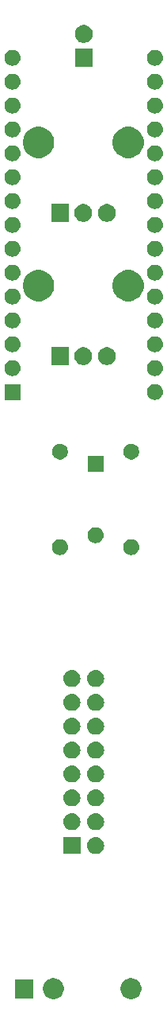
<source format=gbs>
G04 #@! TF.GenerationSoftware,KiCad,Pcbnew,(5.1.2)-2*
G04 #@! TF.CreationDate,2019-07-05T08:21:06+01:00*
G04 #@! TF.ProjectId,mod_synth_clk,6d6f645f-7379-46e7-9468-5f636c6b2e6b,rev?*
G04 #@! TF.SameCoordinates,Original*
G04 #@! TF.FileFunction,Soldermask,Bot*
G04 #@! TF.FilePolarity,Negative*
%FSLAX46Y46*%
G04 Gerber Fmt 4.6, Leading zero omitted, Abs format (unit mm)*
G04 Created by KiCad (PCBNEW (5.1.2)-2) date 2019-07-05 08:21:06*
%MOMM*%
%LPD*%
G04 APERTURE LIST*
%ADD10C,0.100000*%
G04 APERTURE END LIST*
D10*
G36*
X52293655Y-130992591D02*
G01*
X52365525Y-131006887D01*
X52568624Y-131091013D01*
X52751409Y-131213146D01*
X52906854Y-131368591D01*
X53028987Y-131551376D01*
X53113113Y-131754475D01*
X53156000Y-131970084D01*
X53156000Y-132189916D01*
X53113113Y-132405525D01*
X53028987Y-132608624D01*
X52906854Y-132791409D01*
X52751409Y-132946854D01*
X52568624Y-133068987D01*
X52365525Y-133153113D01*
X52293655Y-133167409D01*
X52149918Y-133196000D01*
X51930082Y-133196000D01*
X51786345Y-133167409D01*
X51714475Y-133153113D01*
X51511376Y-133068987D01*
X51328591Y-132946854D01*
X51173146Y-132791409D01*
X51051013Y-132608624D01*
X50966887Y-132405525D01*
X50924000Y-132189916D01*
X50924000Y-131970084D01*
X50966887Y-131754475D01*
X51051013Y-131551376D01*
X51173146Y-131368591D01*
X51328591Y-131213146D01*
X51511376Y-131091013D01*
X51714475Y-131006887D01*
X51786345Y-130992591D01*
X51930082Y-130964000D01*
X52149918Y-130964000D01*
X52293655Y-130992591D01*
X52293655Y-130992591D01*
G37*
G36*
X43993655Y-130992591D02*
G01*
X44065525Y-131006887D01*
X44268624Y-131091013D01*
X44451409Y-131213146D01*
X44606854Y-131368591D01*
X44728987Y-131551376D01*
X44813113Y-131754475D01*
X44856000Y-131970084D01*
X44856000Y-132189916D01*
X44813113Y-132405525D01*
X44728987Y-132608624D01*
X44606854Y-132791409D01*
X44451409Y-132946854D01*
X44268624Y-133068987D01*
X44065525Y-133153113D01*
X43993655Y-133167409D01*
X43849918Y-133196000D01*
X43630082Y-133196000D01*
X43486345Y-133167409D01*
X43414475Y-133153113D01*
X43211376Y-133068987D01*
X43028591Y-132946854D01*
X42873146Y-132791409D01*
X42751013Y-132608624D01*
X42666887Y-132405525D01*
X42624000Y-132189916D01*
X42624000Y-131970084D01*
X42666887Y-131754475D01*
X42751013Y-131551376D01*
X42873146Y-131368591D01*
X43028591Y-131213146D01*
X43211376Y-131091013D01*
X43414475Y-131006887D01*
X43486345Y-130992591D01*
X43630082Y-130964000D01*
X43849918Y-130964000D01*
X43993655Y-130992591D01*
X43993655Y-130992591D01*
G37*
G36*
X41606000Y-133096000D02*
G01*
X39674000Y-133096000D01*
X39674000Y-131064000D01*
X41606000Y-131064000D01*
X41606000Y-133096000D01*
X41606000Y-133096000D01*
G37*
G36*
X46634600Y-117754600D02*
G01*
X44805400Y-117754600D01*
X44805400Y-115925400D01*
X46634600Y-115925400D01*
X46634600Y-117754600D01*
X46634600Y-117754600D01*
G37*
G36*
X48439294Y-115938633D02*
G01*
X48611695Y-115990931D01*
X48770583Y-116075858D01*
X48909849Y-116190151D01*
X49024142Y-116329417D01*
X49109069Y-116488305D01*
X49161367Y-116660706D01*
X49179025Y-116840000D01*
X49161367Y-117019294D01*
X49109069Y-117191695D01*
X49024142Y-117350583D01*
X48909849Y-117489849D01*
X48770583Y-117604142D01*
X48611695Y-117689069D01*
X48439294Y-117741367D01*
X48304931Y-117754600D01*
X48215069Y-117754600D01*
X48080706Y-117741367D01*
X47908305Y-117689069D01*
X47749417Y-117604142D01*
X47610151Y-117489849D01*
X47495858Y-117350583D01*
X47410931Y-117191695D01*
X47358633Y-117019294D01*
X47340975Y-116840000D01*
X47358633Y-116660706D01*
X47410931Y-116488305D01*
X47495858Y-116329417D01*
X47610151Y-116190151D01*
X47749417Y-116075858D01*
X47908305Y-115990931D01*
X48080706Y-115938633D01*
X48215069Y-115925400D01*
X48304931Y-115925400D01*
X48439294Y-115938633D01*
X48439294Y-115938633D01*
G37*
G36*
X48439294Y-113398633D02*
G01*
X48611695Y-113450931D01*
X48770583Y-113535858D01*
X48909849Y-113650151D01*
X49024142Y-113789417D01*
X49109069Y-113948305D01*
X49161367Y-114120706D01*
X49179025Y-114300000D01*
X49161367Y-114479294D01*
X49109069Y-114651695D01*
X49024142Y-114810583D01*
X48909849Y-114949849D01*
X48770583Y-115064142D01*
X48611695Y-115149069D01*
X48439294Y-115201367D01*
X48304931Y-115214600D01*
X48215069Y-115214600D01*
X48080706Y-115201367D01*
X47908305Y-115149069D01*
X47749417Y-115064142D01*
X47610151Y-114949849D01*
X47495858Y-114810583D01*
X47410931Y-114651695D01*
X47358633Y-114479294D01*
X47340975Y-114300000D01*
X47358633Y-114120706D01*
X47410931Y-113948305D01*
X47495858Y-113789417D01*
X47610151Y-113650151D01*
X47749417Y-113535858D01*
X47908305Y-113450931D01*
X48080706Y-113398633D01*
X48215069Y-113385400D01*
X48304931Y-113385400D01*
X48439294Y-113398633D01*
X48439294Y-113398633D01*
G37*
G36*
X45899294Y-113398633D02*
G01*
X46071695Y-113450931D01*
X46230583Y-113535858D01*
X46369849Y-113650151D01*
X46484142Y-113789417D01*
X46569069Y-113948305D01*
X46621367Y-114120706D01*
X46639025Y-114300000D01*
X46621367Y-114479294D01*
X46569069Y-114651695D01*
X46484142Y-114810583D01*
X46369849Y-114949849D01*
X46230583Y-115064142D01*
X46071695Y-115149069D01*
X45899294Y-115201367D01*
X45764931Y-115214600D01*
X45675069Y-115214600D01*
X45540706Y-115201367D01*
X45368305Y-115149069D01*
X45209417Y-115064142D01*
X45070151Y-114949849D01*
X44955858Y-114810583D01*
X44870931Y-114651695D01*
X44818633Y-114479294D01*
X44800975Y-114300000D01*
X44818633Y-114120706D01*
X44870931Y-113948305D01*
X44955858Y-113789417D01*
X45070151Y-113650151D01*
X45209417Y-113535858D01*
X45368305Y-113450931D01*
X45540706Y-113398633D01*
X45675069Y-113385400D01*
X45764931Y-113385400D01*
X45899294Y-113398633D01*
X45899294Y-113398633D01*
G37*
G36*
X45899294Y-110858633D02*
G01*
X46071695Y-110910931D01*
X46230583Y-110995858D01*
X46369849Y-111110151D01*
X46484142Y-111249417D01*
X46569069Y-111408305D01*
X46621367Y-111580706D01*
X46639025Y-111760000D01*
X46621367Y-111939294D01*
X46569069Y-112111695D01*
X46484142Y-112270583D01*
X46369849Y-112409849D01*
X46230583Y-112524142D01*
X46071695Y-112609069D01*
X45899294Y-112661367D01*
X45764931Y-112674600D01*
X45675069Y-112674600D01*
X45540706Y-112661367D01*
X45368305Y-112609069D01*
X45209417Y-112524142D01*
X45070151Y-112409849D01*
X44955858Y-112270583D01*
X44870931Y-112111695D01*
X44818633Y-111939294D01*
X44800975Y-111760000D01*
X44818633Y-111580706D01*
X44870931Y-111408305D01*
X44955858Y-111249417D01*
X45070151Y-111110151D01*
X45209417Y-110995858D01*
X45368305Y-110910931D01*
X45540706Y-110858633D01*
X45675069Y-110845400D01*
X45764931Y-110845400D01*
X45899294Y-110858633D01*
X45899294Y-110858633D01*
G37*
G36*
X48439294Y-110858633D02*
G01*
X48611695Y-110910931D01*
X48770583Y-110995858D01*
X48909849Y-111110151D01*
X49024142Y-111249417D01*
X49109069Y-111408305D01*
X49161367Y-111580706D01*
X49179025Y-111760000D01*
X49161367Y-111939294D01*
X49109069Y-112111695D01*
X49024142Y-112270583D01*
X48909849Y-112409849D01*
X48770583Y-112524142D01*
X48611695Y-112609069D01*
X48439294Y-112661367D01*
X48304931Y-112674600D01*
X48215069Y-112674600D01*
X48080706Y-112661367D01*
X47908305Y-112609069D01*
X47749417Y-112524142D01*
X47610151Y-112409849D01*
X47495858Y-112270583D01*
X47410931Y-112111695D01*
X47358633Y-111939294D01*
X47340975Y-111760000D01*
X47358633Y-111580706D01*
X47410931Y-111408305D01*
X47495858Y-111249417D01*
X47610151Y-111110151D01*
X47749417Y-110995858D01*
X47908305Y-110910931D01*
X48080706Y-110858633D01*
X48215069Y-110845400D01*
X48304931Y-110845400D01*
X48439294Y-110858633D01*
X48439294Y-110858633D01*
G37*
G36*
X45899294Y-108318633D02*
G01*
X46071695Y-108370931D01*
X46230583Y-108455858D01*
X46369849Y-108570151D01*
X46484142Y-108709417D01*
X46569069Y-108868305D01*
X46621367Y-109040706D01*
X46639025Y-109220000D01*
X46621367Y-109399294D01*
X46569069Y-109571695D01*
X46484142Y-109730583D01*
X46369849Y-109869849D01*
X46230583Y-109984142D01*
X46071695Y-110069069D01*
X45899294Y-110121367D01*
X45764931Y-110134600D01*
X45675069Y-110134600D01*
X45540706Y-110121367D01*
X45368305Y-110069069D01*
X45209417Y-109984142D01*
X45070151Y-109869849D01*
X44955858Y-109730583D01*
X44870931Y-109571695D01*
X44818633Y-109399294D01*
X44800975Y-109220000D01*
X44818633Y-109040706D01*
X44870931Y-108868305D01*
X44955858Y-108709417D01*
X45070151Y-108570151D01*
X45209417Y-108455858D01*
X45368305Y-108370931D01*
X45540706Y-108318633D01*
X45675069Y-108305400D01*
X45764931Y-108305400D01*
X45899294Y-108318633D01*
X45899294Y-108318633D01*
G37*
G36*
X48439294Y-108318633D02*
G01*
X48611695Y-108370931D01*
X48770583Y-108455858D01*
X48909849Y-108570151D01*
X49024142Y-108709417D01*
X49109069Y-108868305D01*
X49161367Y-109040706D01*
X49179025Y-109220000D01*
X49161367Y-109399294D01*
X49109069Y-109571695D01*
X49024142Y-109730583D01*
X48909849Y-109869849D01*
X48770583Y-109984142D01*
X48611695Y-110069069D01*
X48439294Y-110121367D01*
X48304931Y-110134600D01*
X48215069Y-110134600D01*
X48080706Y-110121367D01*
X47908305Y-110069069D01*
X47749417Y-109984142D01*
X47610151Y-109869849D01*
X47495858Y-109730583D01*
X47410931Y-109571695D01*
X47358633Y-109399294D01*
X47340975Y-109220000D01*
X47358633Y-109040706D01*
X47410931Y-108868305D01*
X47495858Y-108709417D01*
X47610151Y-108570151D01*
X47749417Y-108455858D01*
X47908305Y-108370931D01*
X48080706Y-108318633D01*
X48215069Y-108305400D01*
X48304931Y-108305400D01*
X48439294Y-108318633D01*
X48439294Y-108318633D01*
G37*
G36*
X48439294Y-105778633D02*
G01*
X48611695Y-105830931D01*
X48770583Y-105915858D01*
X48909849Y-106030151D01*
X49024142Y-106169417D01*
X49109069Y-106328305D01*
X49161367Y-106500706D01*
X49179025Y-106680000D01*
X49161367Y-106859294D01*
X49109069Y-107031695D01*
X49024142Y-107190583D01*
X48909849Y-107329849D01*
X48770583Y-107444142D01*
X48611695Y-107529069D01*
X48439294Y-107581367D01*
X48304931Y-107594600D01*
X48215069Y-107594600D01*
X48080706Y-107581367D01*
X47908305Y-107529069D01*
X47749417Y-107444142D01*
X47610151Y-107329849D01*
X47495858Y-107190583D01*
X47410931Y-107031695D01*
X47358633Y-106859294D01*
X47340975Y-106680000D01*
X47358633Y-106500706D01*
X47410931Y-106328305D01*
X47495858Y-106169417D01*
X47610151Y-106030151D01*
X47749417Y-105915858D01*
X47908305Y-105830931D01*
X48080706Y-105778633D01*
X48215069Y-105765400D01*
X48304931Y-105765400D01*
X48439294Y-105778633D01*
X48439294Y-105778633D01*
G37*
G36*
X45899294Y-105778633D02*
G01*
X46071695Y-105830931D01*
X46230583Y-105915858D01*
X46369849Y-106030151D01*
X46484142Y-106169417D01*
X46569069Y-106328305D01*
X46621367Y-106500706D01*
X46639025Y-106680000D01*
X46621367Y-106859294D01*
X46569069Y-107031695D01*
X46484142Y-107190583D01*
X46369849Y-107329849D01*
X46230583Y-107444142D01*
X46071695Y-107529069D01*
X45899294Y-107581367D01*
X45764931Y-107594600D01*
X45675069Y-107594600D01*
X45540706Y-107581367D01*
X45368305Y-107529069D01*
X45209417Y-107444142D01*
X45070151Y-107329849D01*
X44955858Y-107190583D01*
X44870931Y-107031695D01*
X44818633Y-106859294D01*
X44800975Y-106680000D01*
X44818633Y-106500706D01*
X44870931Y-106328305D01*
X44955858Y-106169417D01*
X45070151Y-106030151D01*
X45209417Y-105915858D01*
X45368305Y-105830931D01*
X45540706Y-105778633D01*
X45675069Y-105765400D01*
X45764931Y-105765400D01*
X45899294Y-105778633D01*
X45899294Y-105778633D01*
G37*
G36*
X45899294Y-103238633D02*
G01*
X46071695Y-103290931D01*
X46230583Y-103375858D01*
X46369849Y-103490151D01*
X46484142Y-103629417D01*
X46569069Y-103788305D01*
X46621367Y-103960706D01*
X46639025Y-104140000D01*
X46621367Y-104319294D01*
X46569069Y-104491695D01*
X46484142Y-104650583D01*
X46369849Y-104789849D01*
X46230583Y-104904142D01*
X46071695Y-104989069D01*
X45899294Y-105041367D01*
X45764931Y-105054600D01*
X45675069Y-105054600D01*
X45540706Y-105041367D01*
X45368305Y-104989069D01*
X45209417Y-104904142D01*
X45070151Y-104789849D01*
X44955858Y-104650583D01*
X44870931Y-104491695D01*
X44818633Y-104319294D01*
X44800975Y-104140000D01*
X44818633Y-103960706D01*
X44870931Y-103788305D01*
X44955858Y-103629417D01*
X45070151Y-103490151D01*
X45209417Y-103375858D01*
X45368305Y-103290931D01*
X45540706Y-103238633D01*
X45675069Y-103225400D01*
X45764931Y-103225400D01*
X45899294Y-103238633D01*
X45899294Y-103238633D01*
G37*
G36*
X48439294Y-103238633D02*
G01*
X48611695Y-103290931D01*
X48770583Y-103375858D01*
X48909849Y-103490151D01*
X49024142Y-103629417D01*
X49109069Y-103788305D01*
X49161367Y-103960706D01*
X49179025Y-104140000D01*
X49161367Y-104319294D01*
X49109069Y-104491695D01*
X49024142Y-104650583D01*
X48909849Y-104789849D01*
X48770583Y-104904142D01*
X48611695Y-104989069D01*
X48439294Y-105041367D01*
X48304931Y-105054600D01*
X48215069Y-105054600D01*
X48080706Y-105041367D01*
X47908305Y-104989069D01*
X47749417Y-104904142D01*
X47610151Y-104789849D01*
X47495858Y-104650583D01*
X47410931Y-104491695D01*
X47358633Y-104319294D01*
X47340975Y-104140000D01*
X47358633Y-103960706D01*
X47410931Y-103788305D01*
X47495858Y-103629417D01*
X47610151Y-103490151D01*
X47749417Y-103375858D01*
X47908305Y-103290931D01*
X48080706Y-103238633D01*
X48215069Y-103225400D01*
X48304931Y-103225400D01*
X48439294Y-103238633D01*
X48439294Y-103238633D01*
G37*
G36*
X45899294Y-100698633D02*
G01*
X46071695Y-100750931D01*
X46230583Y-100835858D01*
X46369849Y-100950151D01*
X46484142Y-101089417D01*
X46569069Y-101248305D01*
X46621367Y-101420706D01*
X46639025Y-101600000D01*
X46621367Y-101779294D01*
X46569069Y-101951695D01*
X46484142Y-102110583D01*
X46369849Y-102249849D01*
X46230583Y-102364142D01*
X46071695Y-102449069D01*
X45899294Y-102501367D01*
X45764931Y-102514600D01*
X45675069Y-102514600D01*
X45540706Y-102501367D01*
X45368305Y-102449069D01*
X45209417Y-102364142D01*
X45070151Y-102249849D01*
X44955858Y-102110583D01*
X44870931Y-101951695D01*
X44818633Y-101779294D01*
X44800975Y-101600000D01*
X44818633Y-101420706D01*
X44870931Y-101248305D01*
X44955858Y-101089417D01*
X45070151Y-100950151D01*
X45209417Y-100835858D01*
X45368305Y-100750931D01*
X45540706Y-100698633D01*
X45675069Y-100685400D01*
X45764931Y-100685400D01*
X45899294Y-100698633D01*
X45899294Y-100698633D01*
G37*
G36*
X48439294Y-100698633D02*
G01*
X48611695Y-100750931D01*
X48770583Y-100835858D01*
X48909849Y-100950151D01*
X49024142Y-101089417D01*
X49109069Y-101248305D01*
X49161367Y-101420706D01*
X49179025Y-101600000D01*
X49161367Y-101779294D01*
X49109069Y-101951695D01*
X49024142Y-102110583D01*
X48909849Y-102249849D01*
X48770583Y-102364142D01*
X48611695Y-102449069D01*
X48439294Y-102501367D01*
X48304931Y-102514600D01*
X48215069Y-102514600D01*
X48080706Y-102501367D01*
X47908305Y-102449069D01*
X47749417Y-102364142D01*
X47610151Y-102249849D01*
X47495858Y-102110583D01*
X47410931Y-101951695D01*
X47358633Y-101779294D01*
X47340975Y-101600000D01*
X47358633Y-101420706D01*
X47410931Y-101248305D01*
X47495858Y-101089417D01*
X47610151Y-100950151D01*
X47749417Y-100835858D01*
X47908305Y-100750931D01*
X48080706Y-100698633D01*
X48215069Y-100685400D01*
X48304931Y-100685400D01*
X48439294Y-100698633D01*
X48439294Y-100698633D01*
G37*
G36*
X45899294Y-98158633D02*
G01*
X46071695Y-98210931D01*
X46230583Y-98295858D01*
X46369849Y-98410151D01*
X46484142Y-98549417D01*
X46569069Y-98708305D01*
X46621367Y-98880706D01*
X46639025Y-99060000D01*
X46621367Y-99239294D01*
X46569069Y-99411695D01*
X46484142Y-99570583D01*
X46369849Y-99709849D01*
X46230583Y-99824142D01*
X46071695Y-99909069D01*
X45899294Y-99961367D01*
X45764931Y-99974600D01*
X45675069Y-99974600D01*
X45540706Y-99961367D01*
X45368305Y-99909069D01*
X45209417Y-99824142D01*
X45070151Y-99709849D01*
X44955858Y-99570583D01*
X44870931Y-99411695D01*
X44818633Y-99239294D01*
X44800975Y-99060000D01*
X44818633Y-98880706D01*
X44870931Y-98708305D01*
X44955858Y-98549417D01*
X45070151Y-98410151D01*
X45209417Y-98295858D01*
X45368305Y-98210931D01*
X45540706Y-98158633D01*
X45675069Y-98145400D01*
X45764931Y-98145400D01*
X45899294Y-98158633D01*
X45899294Y-98158633D01*
G37*
G36*
X48439294Y-98158633D02*
G01*
X48611695Y-98210931D01*
X48770583Y-98295858D01*
X48909849Y-98410151D01*
X49024142Y-98549417D01*
X49109069Y-98708305D01*
X49161367Y-98880706D01*
X49179025Y-99060000D01*
X49161367Y-99239294D01*
X49109069Y-99411695D01*
X49024142Y-99570583D01*
X48909849Y-99709849D01*
X48770583Y-99824142D01*
X48611695Y-99909069D01*
X48439294Y-99961367D01*
X48304931Y-99974600D01*
X48215069Y-99974600D01*
X48080706Y-99961367D01*
X47908305Y-99909069D01*
X47749417Y-99824142D01*
X47610151Y-99709849D01*
X47495858Y-99570583D01*
X47410931Y-99411695D01*
X47358633Y-99239294D01*
X47340975Y-99060000D01*
X47358633Y-98880706D01*
X47410931Y-98708305D01*
X47495858Y-98549417D01*
X47610151Y-98410151D01*
X47749417Y-98295858D01*
X47908305Y-98210931D01*
X48080706Y-98158633D01*
X48215069Y-98145400D01*
X48304931Y-98145400D01*
X48439294Y-98158633D01*
X48439294Y-98158633D01*
G37*
G36*
X44616823Y-84251313D02*
G01*
X44777242Y-84299976D01*
X44909906Y-84370886D01*
X44925078Y-84378996D01*
X45054659Y-84485341D01*
X45161004Y-84614922D01*
X45161005Y-84614924D01*
X45240024Y-84762758D01*
X45288687Y-84923177D01*
X45305117Y-85090000D01*
X45288687Y-85256823D01*
X45240024Y-85417242D01*
X45169114Y-85549906D01*
X45161004Y-85565078D01*
X45054659Y-85694659D01*
X44925078Y-85801004D01*
X44925076Y-85801005D01*
X44777242Y-85880024D01*
X44616823Y-85928687D01*
X44491804Y-85941000D01*
X44408196Y-85941000D01*
X44283177Y-85928687D01*
X44122758Y-85880024D01*
X43974924Y-85801005D01*
X43974922Y-85801004D01*
X43845341Y-85694659D01*
X43738996Y-85565078D01*
X43730886Y-85549906D01*
X43659976Y-85417242D01*
X43611313Y-85256823D01*
X43594883Y-85090000D01*
X43611313Y-84923177D01*
X43659976Y-84762758D01*
X43738995Y-84614924D01*
X43738996Y-84614922D01*
X43845341Y-84485341D01*
X43974922Y-84378996D01*
X43990094Y-84370886D01*
X44122758Y-84299976D01*
X44283177Y-84251313D01*
X44408196Y-84239000D01*
X44491804Y-84239000D01*
X44616823Y-84251313D01*
X44616823Y-84251313D01*
G37*
G36*
X52236823Y-84251313D02*
G01*
X52397242Y-84299976D01*
X52529906Y-84370886D01*
X52545078Y-84378996D01*
X52674659Y-84485341D01*
X52781004Y-84614922D01*
X52781005Y-84614924D01*
X52860024Y-84762758D01*
X52908687Y-84923177D01*
X52925117Y-85090000D01*
X52908687Y-85256823D01*
X52860024Y-85417242D01*
X52789114Y-85549906D01*
X52781004Y-85565078D01*
X52674659Y-85694659D01*
X52545078Y-85801004D01*
X52545076Y-85801005D01*
X52397242Y-85880024D01*
X52236823Y-85928687D01*
X52111804Y-85941000D01*
X52028196Y-85941000D01*
X51903177Y-85928687D01*
X51742758Y-85880024D01*
X51594924Y-85801005D01*
X51594922Y-85801004D01*
X51465341Y-85694659D01*
X51358996Y-85565078D01*
X51350886Y-85549906D01*
X51279976Y-85417242D01*
X51231313Y-85256823D01*
X51214883Y-85090000D01*
X51231313Y-84923177D01*
X51279976Y-84762758D01*
X51358995Y-84614924D01*
X51358996Y-84614922D01*
X51465341Y-84485341D01*
X51594922Y-84378996D01*
X51610094Y-84370886D01*
X51742758Y-84299976D01*
X51903177Y-84251313D01*
X52028196Y-84239000D01*
X52111804Y-84239000D01*
X52236823Y-84251313D01*
X52236823Y-84251313D01*
G37*
G36*
X48426823Y-82981313D02*
G01*
X48587242Y-83029976D01*
X48719906Y-83100886D01*
X48735078Y-83108996D01*
X48864659Y-83215341D01*
X48971004Y-83344922D01*
X48971005Y-83344924D01*
X49050024Y-83492758D01*
X49098687Y-83653177D01*
X49115117Y-83820000D01*
X49098687Y-83986823D01*
X49050024Y-84147242D01*
X49000978Y-84239000D01*
X48971004Y-84295078D01*
X48864659Y-84424659D01*
X48735078Y-84531004D01*
X48735076Y-84531005D01*
X48587242Y-84610024D01*
X48426823Y-84658687D01*
X48301804Y-84671000D01*
X48218196Y-84671000D01*
X48093177Y-84658687D01*
X47932758Y-84610024D01*
X47784924Y-84531005D01*
X47784922Y-84531004D01*
X47655341Y-84424659D01*
X47548996Y-84295078D01*
X47519022Y-84239000D01*
X47469976Y-84147242D01*
X47421313Y-83986823D01*
X47404883Y-83820000D01*
X47421313Y-83653177D01*
X47469976Y-83492758D01*
X47548995Y-83344924D01*
X47548996Y-83344922D01*
X47655341Y-83215341D01*
X47784922Y-83108996D01*
X47800094Y-83100886D01*
X47932758Y-83029976D01*
X48093177Y-82981313D01*
X48218196Y-82969000D01*
X48301804Y-82969000D01*
X48426823Y-82981313D01*
X48426823Y-82981313D01*
G37*
G36*
X49111000Y-77051000D02*
G01*
X47409000Y-77051000D01*
X47409000Y-75349000D01*
X49111000Y-75349000D01*
X49111000Y-77051000D01*
X49111000Y-77051000D01*
G37*
G36*
X52318228Y-74111703D02*
G01*
X52473100Y-74175853D01*
X52612481Y-74268985D01*
X52731015Y-74387519D01*
X52824147Y-74526900D01*
X52888297Y-74681772D01*
X52921000Y-74846184D01*
X52921000Y-75013816D01*
X52888297Y-75178228D01*
X52824147Y-75333100D01*
X52731015Y-75472481D01*
X52612481Y-75591015D01*
X52473100Y-75684147D01*
X52318228Y-75748297D01*
X52153816Y-75781000D01*
X51986184Y-75781000D01*
X51821772Y-75748297D01*
X51666900Y-75684147D01*
X51527519Y-75591015D01*
X51408985Y-75472481D01*
X51315853Y-75333100D01*
X51251703Y-75178228D01*
X51219000Y-75013816D01*
X51219000Y-74846184D01*
X51251703Y-74681772D01*
X51315853Y-74526900D01*
X51408985Y-74387519D01*
X51527519Y-74268985D01*
X51666900Y-74175853D01*
X51821772Y-74111703D01*
X51986184Y-74079000D01*
X52153816Y-74079000D01*
X52318228Y-74111703D01*
X52318228Y-74111703D01*
G37*
G36*
X44698228Y-74111703D02*
G01*
X44853100Y-74175853D01*
X44992481Y-74268985D01*
X45111015Y-74387519D01*
X45204147Y-74526900D01*
X45268297Y-74681772D01*
X45301000Y-74846184D01*
X45301000Y-75013816D01*
X45268297Y-75178228D01*
X45204147Y-75333100D01*
X45111015Y-75472481D01*
X44992481Y-75591015D01*
X44853100Y-75684147D01*
X44698228Y-75748297D01*
X44533816Y-75781000D01*
X44366184Y-75781000D01*
X44201772Y-75748297D01*
X44046900Y-75684147D01*
X43907519Y-75591015D01*
X43788985Y-75472481D01*
X43695853Y-75333100D01*
X43631703Y-75178228D01*
X43599000Y-75013816D01*
X43599000Y-74846184D01*
X43631703Y-74681772D01*
X43695853Y-74526900D01*
X43788985Y-74387519D01*
X43907519Y-74268985D01*
X44046900Y-74175853D01*
X44201772Y-74111703D01*
X44366184Y-74079000D01*
X44533816Y-74079000D01*
X44698228Y-74111703D01*
X44698228Y-74111703D01*
G37*
G36*
X54776823Y-67741313D02*
G01*
X54937242Y-67789976D01*
X55069906Y-67860886D01*
X55085078Y-67868996D01*
X55214659Y-67975341D01*
X55321004Y-68104922D01*
X55321005Y-68104924D01*
X55400024Y-68252758D01*
X55448687Y-68413177D01*
X55465117Y-68580000D01*
X55448687Y-68746823D01*
X55400024Y-68907242D01*
X55329114Y-69039906D01*
X55321004Y-69055078D01*
X55214659Y-69184659D01*
X55085078Y-69291004D01*
X55085076Y-69291005D01*
X54937242Y-69370024D01*
X54776823Y-69418687D01*
X54651804Y-69431000D01*
X54568196Y-69431000D01*
X54443177Y-69418687D01*
X54282758Y-69370024D01*
X54134924Y-69291005D01*
X54134922Y-69291004D01*
X54005341Y-69184659D01*
X53898996Y-69055078D01*
X53890886Y-69039906D01*
X53819976Y-68907242D01*
X53771313Y-68746823D01*
X53754883Y-68580000D01*
X53771313Y-68413177D01*
X53819976Y-68252758D01*
X53898995Y-68104924D01*
X53898996Y-68104922D01*
X54005341Y-67975341D01*
X54134922Y-67868996D01*
X54150094Y-67860886D01*
X54282758Y-67789976D01*
X54443177Y-67741313D01*
X54568196Y-67729000D01*
X54651804Y-67729000D01*
X54776823Y-67741313D01*
X54776823Y-67741313D01*
G37*
G36*
X40221000Y-69431000D02*
G01*
X38519000Y-69431000D01*
X38519000Y-67729000D01*
X40221000Y-67729000D01*
X40221000Y-69431000D01*
X40221000Y-69431000D01*
G37*
G36*
X54776823Y-65201313D02*
G01*
X54937242Y-65249976D01*
X55069906Y-65320886D01*
X55085078Y-65328996D01*
X55214659Y-65435341D01*
X55321004Y-65564922D01*
X55321005Y-65564924D01*
X55400024Y-65712758D01*
X55448687Y-65873177D01*
X55465117Y-66040000D01*
X55448687Y-66206823D01*
X55400024Y-66367242D01*
X55329114Y-66499906D01*
X55321004Y-66515078D01*
X55214659Y-66644659D01*
X55085078Y-66751004D01*
X55085076Y-66751005D01*
X54937242Y-66830024D01*
X54776823Y-66878687D01*
X54651804Y-66891000D01*
X54568196Y-66891000D01*
X54443177Y-66878687D01*
X54282758Y-66830024D01*
X54134924Y-66751005D01*
X54134922Y-66751004D01*
X54005341Y-66644659D01*
X53898996Y-66515078D01*
X53890886Y-66499906D01*
X53819976Y-66367242D01*
X53771313Y-66206823D01*
X53754883Y-66040000D01*
X53771313Y-65873177D01*
X53819976Y-65712758D01*
X53898995Y-65564924D01*
X53898996Y-65564922D01*
X54005341Y-65435341D01*
X54134922Y-65328996D01*
X54150094Y-65320886D01*
X54282758Y-65249976D01*
X54443177Y-65201313D01*
X54568196Y-65189000D01*
X54651804Y-65189000D01*
X54776823Y-65201313D01*
X54776823Y-65201313D01*
G37*
G36*
X39536823Y-65201313D02*
G01*
X39697242Y-65249976D01*
X39829906Y-65320886D01*
X39845078Y-65328996D01*
X39974659Y-65435341D01*
X40081004Y-65564922D01*
X40081005Y-65564924D01*
X40160024Y-65712758D01*
X40208687Y-65873177D01*
X40225117Y-66040000D01*
X40208687Y-66206823D01*
X40160024Y-66367242D01*
X40089114Y-66499906D01*
X40081004Y-66515078D01*
X39974659Y-66644659D01*
X39845078Y-66751004D01*
X39845076Y-66751005D01*
X39697242Y-66830024D01*
X39536823Y-66878687D01*
X39411804Y-66891000D01*
X39328196Y-66891000D01*
X39203177Y-66878687D01*
X39042758Y-66830024D01*
X38894924Y-66751005D01*
X38894922Y-66751004D01*
X38765341Y-66644659D01*
X38658996Y-66515078D01*
X38650886Y-66499906D01*
X38579976Y-66367242D01*
X38531313Y-66206823D01*
X38514883Y-66040000D01*
X38531313Y-65873177D01*
X38579976Y-65712758D01*
X38658995Y-65564924D01*
X38658996Y-65564922D01*
X38765341Y-65435341D01*
X38894922Y-65328996D01*
X38910094Y-65320886D01*
X39042758Y-65249976D01*
X39203177Y-65201313D01*
X39328196Y-65189000D01*
X39411804Y-65189000D01*
X39536823Y-65201313D01*
X39536823Y-65201313D01*
G37*
G36*
X47227395Y-63855546D02*
G01*
X47400466Y-63927234D01*
X47472069Y-63975078D01*
X47556227Y-64031310D01*
X47688690Y-64163773D01*
X47720249Y-64211005D01*
X47792766Y-64319534D01*
X47864454Y-64492605D01*
X47901000Y-64676333D01*
X47901000Y-64863667D01*
X47864454Y-65047395D01*
X47792766Y-65220466D01*
X47773048Y-65249976D01*
X47688690Y-65376227D01*
X47556227Y-65508690D01*
X47477818Y-65561081D01*
X47400466Y-65612766D01*
X47227395Y-65684454D01*
X47043667Y-65721000D01*
X46856333Y-65721000D01*
X46672605Y-65684454D01*
X46499534Y-65612766D01*
X46422182Y-65561081D01*
X46343773Y-65508690D01*
X46211310Y-65376227D01*
X46126952Y-65249976D01*
X46107234Y-65220466D01*
X46035546Y-65047395D01*
X45999000Y-64863667D01*
X45999000Y-64676333D01*
X46035546Y-64492605D01*
X46107234Y-64319534D01*
X46179751Y-64211005D01*
X46211310Y-64163773D01*
X46343773Y-64031310D01*
X46427931Y-63975078D01*
X46499534Y-63927234D01*
X46672605Y-63855546D01*
X46856333Y-63819000D01*
X47043667Y-63819000D01*
X47227395Y-63855546D01*
X47227395Y-63855546D01*
G37*
G36*
X49727395Y-63855546D02*
G01*
X49900466Y-63927234D01*
X49972069Y-63975078D01*
X50056227Y-64031310D01*
X50188690Y-64163773D01*
X50220249Y-64211005D01*
X50292766Y-64319534D01*
X50364454Y-64492605D01*
X50401000Y-64676333D01*
X50401000Y-64863667D01*
X50364454Y-65047395D01*
X50292766Y-65220466D01*
X50273048Y-65249976D01*
X50188690Y-65376227D01*
X50056227Y-65508690D01*
X49977818Y-65561081D01*
X49900466Y-65612766D01*
X49727395Y-65684454D01*
X49543667Y-65721000D01*
X49356333Y-65721000D01*
X49172605Y-65684454D01*
X48999534Y-65612766D01*
X48922182Y-65561081D01*
X48843773Y-65508690D01*
X48711310Y-65376227D01*
X48626952Y-65249976D01*
X48607234Y-65220466D01*
X48535546Y-65047395D01*
X48499000Y-64863667D01*
X48499000Y-64676333D01*
X48535546Y-64492605D01*
X48607234Y-64319534D01*
X48679751Y-64211005D01*
X48711310Y-64163773D01*
X48843773Y-64031310D01*
X48927931Y-63975078D01*
X48999534Y-63927234D01*
X49172605Y-63855546D01*
X49356333Y-63819000D01*
X49543667Y-63819000D01*
X49727395Y-63855546D01*
X49727395Y-63855546D01*
G37*
G36*
X45401000Y-65721000D02*
G01*
X43499000Y-65721000D01*
X43499000Y-63819000D01*
X45401000Y-63819000D01*
X45401000Y-65721000D01*
X45401000Y-65721000D01*
G37*
G36*
X39536823Y-62661313D02*
G01*
X39697242Y-62709976D01*
X39829906Y-62780886D01*
X39845078Y-62788996D01*
X39974659Y-62895341D01*
X40081004Y-63024922D01*
X40081005Y-63024924D01*
X40160024Y-63172758D01*
X40208687Y-63333177D01*
X40225117Y-63500000D01*
X40208687Y-63666823D01*
X40160024Y-63827242D01*
X40089114Y-63959906D01*
X40081004Y-63975078D01*
X39974659Y-64104659D01*
X39845078Y-64211004D01*
X39845076Y-64211005D01*
X39697242Y-64290024D01*
X39536823Y-64338687D01*
X39411804Y-64351000D01*
X39328196Y-64351000D01*
X39203177Y-64338687D01*
X39042758Y-64290024D01*
X38894924Y-64211005D01*
X38894922Y-64211004D01*
X38765341Y-64104659D01*
X38658996Y-63975078D01*
X38650886Y-63959906D01*
X38579976Y-63827242D01*
X38531313Y-63666823D01*
X38514883Y-63500000D01*
X38531313Y-63333177D01*
X38579976Y-63172758D01*
X38658995Y-63024924D01*
X38658996Y-63024922D01*
X38765341Y-62895341D01*
X38894922Y-62788996D01*
X38910094Y-62780886D01*
X39042758Y-62709976D01*
X39203177Y-62661313D01*
X39328196Y-62649000D01*
X39411804Y-62649000D01*
X39536823Y-62661313D01*
X39536823Y-62661313D01*
G37*
G36*
X54776823Y-62661313D02*
G01*
X54937242Y-62709976D01*
X55069906Y-62780886D01*
X55085078Y-62788996D01*
X55214659Y-62895341D01*
X55321004Y-63024922D01*
X55321005Y-63024924D01*
X55400024Y-63172758D01*
X55448687Y-63333177D01*
X55465117Y-63500000D01*
X55448687Y-63666823D01*
X55400024Y-63827242D01*
X55329114Y-63959906D01*
X55321004Y-63975078D01*
X55214659Y-64104659D01*
X55085078Y-64211004D01*
X55085076Y-64211005D01*
X54937242Y-64290024D01*
X54776823Y-64338687D01*
X54651804Y-64351000D01*
X54568196Y-64351000D01*
X54443177Y-64338687D01*
X54282758Y-64290024D01*
X54134924Y-64211005D01*
X54134922Y-64211004D01*
X54005341Y-64104659D01*
X53898996Y-63975078D01*
X53890886Y-63959906D01*
X53819976Y-63827242D01*
X53771313Y-63666823D01*
X53754883Y-63500000D01*
X53771313Y-63333177D01*
X53819976Y-63172758D01*
X53898995Y-63024924D01*
X53898996Y-63024922D01*
X54005341Y-62895341D01*
X54134922Y-62788996D01*
X54150094Y-62780886D01*
X54282758Y-62709976D01*
X54443177Y-62661313D01*
X54568196Y-62649000D01*
X54651804Y-62649000D01*
X54776823Y-62661313D01*
X54776823Y-62661313D01*
G37*
G36*
X39536823Y-60121313D02*
G01*
X39697242Y-60169976D01*
X39829906Y-60240886D01*
X39845078Y-60248996D01*
X39974659Y-60355341D01*
X40081004Y-60484922D01*
X40081005Y-60484924D01*
X40160024Y-60632758D01*
X40208687Y-60793177D01*
X40225117Y-60960000D01*
X40208687Y-61126823D01*
X40160024Y-61287242D01*
X40089114Y-61419906D01*
X40081004Y-61435078D01*
X39974659Y-61564659D01*
X39845078Y-61671004D01*
X39845076Y-61671005D01*
X39697242Y-61750024D01*
X39536823Y-61798687D01*
X39411804Y-61811000D01*
X39328196Y-61811000D01*
X39203177Y-61798687D01*
X39042758Y-61750024D01*
X38894924Y-61671005D01*
X38894922Y-61671004D01*
X38765341Y-61564659D01*
X38658996Y-61435078D01*
X38650886Y-61419906D01*
X38579976Y-61287242D01*
X38531313Y-61126823D01*
X38514883Y-60960000D01*
X38531313Y-60793177D01*
X38579976Y-60632758D01*
X38658995Y-60484924D01*
X38658996Y-60484922D01*
X38765341Y-60355341D01*
X38894922Y-60248996D01*
X38910094Y-60240886D01*
X39042758Y-60169976D01*
X39203177Y-60121313D01*
X39328196Y-60109000D01*
X39411804Y-60109000D01*
X39536823Y-60121313D01*
X39536823Y-60121313D01*
G37*
G36*
X54776823Y-60121313D02*
G01*
X54937242Y-60169976D01*
X55069906Y-60240886D01*
X55085078Y-60248996D01*
X55214659Y-60355341D01*
X55321004Y-60484922D01*
X55321005Y-60484924D01*
X55400024Y-60632758D01*
X55448687Y-60793177D01*
X55465117Y-60960000D01*
X55448687Y-61126823D01*
X55400024Y-61287242D01*
X55329114Y-61419906D01*
X55321004Y-61435078D01*
X55214659Y-61564659D01*
X55085078Y-61671004D01*
X55085076Y-61671005D01*
X54937242Y-61750024D01*
X54776823Y-61798687D01*
X54651804Y-61811000D01*
X54568196Y-61811000D01*
X54443177Y-61798687D01*
X54282758Y-61750024D01*
X54134924Y-61671005D01*
X54134922Y-61671004D01*
X54005341Y-61564659D01*
X53898996Y-61435078D01*
X53890886Y-61419906D01*
X53819976Y-61287242D01*
X53771313Y-61126823D01*
X53754883Y-60960000D01*
X53771313Y-60793177D01*
X53819976Y-60632758D01*
X53898995Y-60484924D01*
X53898996Y-60484922D01*
X54005341Y-60355341D01*
X54134922Y-60248996D01*
X54150094Y-60240886D01*
X54282758Y-60169976D01*
X54443177Y-60121313D01*
X54568196Y-60109000D01*
X54651804Y-60109000D01*
X54776823Y-60121313D01*
X54776823Y-60121313D01*
G37*
G36*
X39536823Y-57581313D02*
G01*
X39697242Y-57629976D01*
X39829906Y-57700886D01*
X39845078Y-57708996D01*
X39974659Y-57815341D01*
X40081004Y-57944922D01*
X40081005Y-57944924D01*
X40160024Y-58092758D01*
X40208687Y-58253177D01*
X40225117Y-58420000D01*
X40208687Y-58586823D01*
X40160024Y-58747242D01*
X40158110Y-58750822D01*
X40081004Y-58895078D01*
X39974659Y-59024659D01*
X39845078Y-59131004D01*
X39845076Y-59131005D01*
X39697242Y-59210024D01*
X39536823Y-59258687D01*
X39411804Y-59271000D01*
X39328196Y-59271000D01*
X39203177Y-59258687D01*
X39042758Y-59210024D01*
X38894924Y-59131005D01*
X38894922Y-59131004D01*
X38765341Y-59024659D01*
X38658996Y-58895078D01*
X38581890Y-58750822D01*
X38579976Y-58747242D01*
X38531313Y-58586823D01*
X38514883Y-58420000D01*
X38531313Y-58253177D01*
X38579976Y-58092758D01*
X38658995Y-57944924D01*
X38658996Y-57944922D01*
X38765341Y-57815341D01*
X38894922Y-57708996D01*
X38910094Y-57700886D01*
X39042758Y-57629976D01*
X39203177Y-57581313D01*
X39328196Y-57569000D01*
X39411804Y-57569000D01*
X39536823Y-57581313D01*
X39536823Y-57581313D01*
G37*
G36*
X54776823Y-57581313D02*
G01*
X54937242Y-57629976D01*
X55069906Y-57700886D01*
X55085078Y-57708996D01*
X55214659Y-57815341D01*
X55321004Y-57944922D01*
X55321005Y-57944924D01*
X55400024Y-58092758D01*
X55448687Y-58253177D01*
X55465117Y-58420000D01*
X55448687Y-58586823D01*
X55400024Y-58747242D01*
X55398110Y-58750822D01*
X55321004Y-58895078D01*
X55214659Y-59024659D01*
X55085078Y-59131004D01*
X55085076Y-59131005D01*
X54937242Y-59210024D01*
X54776823Y-59258687D01*
X54651804Y-59271000D01*
X54568196Y-59271000D01*
X54443177Y-59258687D01*
X54282758Y-59210024D01*
X54134924Y-59131005D01*
X54134922Y-59131004D01*
X54005341Y-59024659D01*
X53898996Y-58895078D01*
X53821890Y-58750822D01*
X53819976Y-58747242D01*
X53771313Y-58586823D01*
X53754883Y-58420000D01*
X53771313Y-58253177D01*
X53819976Y-58092758D01*
X53898995Y-57944924D01*
X53898996Y-57944922D01*
X54005341Y-57815341D01*
X54134922Y-57708996D01*
X54150094Y-57700886D01*
X54282758Y-57629976D01*
X54443177Y-57581313D01*
X54568196Y-57569000D01*
X54651804Y-57569000D01*
X54776823Y-57581313D01*
X54776823Y-57581313D01*
G37*
G36*
X52237412Y-55663215D02*
G01*
X52541514Y-55789178D01*
X52815199Y-55972049D01*
X53047951Y-56204801D01*
X53230822Y-56478486D01*
X53356785Y-56782588D01*
X53421000Y-57105420D01*
X53421000Y-57434580D01*
X53356785Y-57757412D01*
X53230822Y-58061514D01*
X53047951Y-58335199D01*
X52815199Y-58567951D01*
X52541514Y-58750822D01*
X52237412Y-58876785D01*
X51914580Y-58941000D01*
X51585420Y-58941000D01*
X51262588Y-58876785D01*
X50958486Y-58750822D01*
X50684801Y-58567951D01*
X50452049Y-58335199D01*
X50269178Y-58061514D01*
X50143215Y-57757412D01*
X50079000Y-57434580D01*
X50079000Y-57105420D01*
X50143215Y-56782588D01*
X50269178Y-56478486D01*
X50452049Y-56204801D01*
X50684801Y-55972049D01*
X50958486Y-55789178D01*
X51262588Y-55663215D01*
X51585420Y-55599000D01*
X51914580Y-55599000D01*
X52237412Y-55663215D01*
X52237412Y-55663215D01*
G37*
G36*
X42637412Y-55663215D02*
G01*
X42941514Y-55789178D01*
X43215199Y-55972049D01*
X43447951Y-56204801D01*
X43630822Y-56478486D01*
X43756785Y-56782588D01*
X43821000Y-57105420D01*
X43821000Y-57434580D01*
X43756785Y-57757412D01*
X43630822Y-58061514D01*
X43447951Y-58335199D01*
X43215199Y-58567951D01*
X42941514Y-58750822D01*
X42637412Y-58876785D01*
X42314580Y-58941000D01*
X41985420Y-58941000D01*
X41662588Y-58876785D01*
X41358486Y-58750822D01*
X41084801Y-58567951D01*
X40852049Y-58335199D01*
X40669178Y-58061514D01*
X40543215Y-57757412D01*
X40479000Y-57434580D01*
X40479000Y-57105420D01*
X40543215Y-56782588D01*
X40669178Y-56478486D01*
X40852049Y-56204801D01*
X41084801Y-55972049D01*
X41358486Y-55789178D01*
X41662588Y-55663215D01*
X41985420Y-55599000D01*
X42314580Y-55599000D01*
X42637412Y-55663215D01*
X42637412Y-55663215D01*
G37*
G36*
X39536823Y-55041313D02*
G01*
X39697242Y-55089976D01*
X39829906Y-55160886D01*
X39845078Y-55168996D01*
X39974659Y-55275341D01*
X40081004Y-55404922D01*
X40081005Y-55404924D01*
X40160024Y-55552758D01*
X40208687Y-55713177D01*
X40225117Y-55880000D01*
X40208687Y-56046823D01*
X40208686Y-56046825D01*
X40160765Y-56204801D01*
X40160024Y-56207242D01*
X40089114Y-56339906D01*
X40081004Y-56355078D01*
X39974659Y-56484659D01*
X39845078Y-56591004D01*
X39845076Y-56591005D01*
X39697242Y-56670024D01*
X39536823Y-56718687D01*
X39411804Y-56731000D01*
X39328196Y-56731000D01*
X39203177Y-56718687D01*
X39042758Y-56670024D01*
X38894924Y-56591005D01*
X38894922Y-56591004D01*
X38765341Y-56484659D01*
X38658996Y-56355078D01*
X38650886Y-56339906D01*
X38579976Y-56207242D01*
X38579236Y-56204801D01*
X38531314Y-56046825D01*
X38531313Y-56046823D01*
X38514883Y-55880000D01*
X38531313Y-55713177D01*
X38579976Y-55552758D01*
X38658995Y-55404924D01*
X38658996Y-55404922D01*
X38765341Y-55275341D01*
X38894922Y-55168996D01*
X38910094Y-55160886D01*
X39042758Y-55089976D01*
X39203177Y-55041313D01*
X39328196Y-55029000D01*
X39411804Y-55029000D01*
X39536823Y-55041313D01*
X39536823Y-55041313D01*
G37*
G36*
X54776823Y-55041313D02*
G01*
X54937242Y-55089976D01*
X55069906Y-55160886D01*
X55085078Y-55168996D01*
X55214659Y-55275341D01*
X55321004Y-55404922D01*
X55321005Y-55404924D01*
X55400024Y-55552758D01*
X55448687Y-55713177D01*
X55465117Y-55880000D01*
X55448687Y-56046823D01*
X55448686Y-56046825D01*
X55400765Y-56204801D01*
X55400024Y-56207242D01*
X55329114Y-56339906D01*
X55321004Y-56355078D01*
X55214659Y-56484659D01*
X55085078Y-56591004D01*
X55085076Y-56591005D01*
X54937242Y-56670024D01*
X54776823Y-56718687D01*
X54651804Y-56731000D01*
X54568196Y-56731000D01*
X54443177Y-56718687D01*
X54282758Y-56670024D01*
X54134924Y-56591005D01*
X54134922Y-56591004D01*
X54005341Y-56484659D01*
X53898996Y-56355078D01*
X53890886Y-56339906D01*
X53819976Y-56207242D01*
X53819236Y-56204801D01*
X53771314Y-56046825D01*
X53771313Y-56046823D01*
X53754883Y-55880000D01*
X53771313Y-55713177D01*
X53819976Y-55552758D01*
X53898995Y-55404924D01*
X53898996Y-55404922D01*
X54005341Y-55275341D01*
X54134922Y-55168996D01*
X54150094Y-55160886D01*
X54282758Y-55089976D01*
X54443177Y-55041313D01*
X54568196Y-55029000D01*
X54651804Y-55029000D01*
X54776823Y-55041313D01*
X54776823Y-55041313D01*
G37*
G36*
X39536823Y-52501313D02*
G01*
X39697242Y-52549976D01*
X39829906Y-52620886D01*
X39845078Y-52628996D01*
X39974659Y-52735341D01*
X40081004Y-52864922D01*
X40081005Y-52864924D01*
X40160024Y-53012758D01*
X40208687Y-53173177D01*
X40225117Y-53340000D01*
X40208687Y-53506823D01*
X40160024Y-53667242D01*
X40089114Y-53799906D01*
X40081004Y-53815078D01*
X39974659Y-53944659D01*
X39845078Y-54051004D01*
X39845076Y-54051005D01*
X39697242Y-54130024D01*
X39536823Y-54178687D01*
X39411804Y-54191000D01*
X39328196Y-54191000D01*
X39203177Y-54178687D01*
X39042758Y-54130024D01*
X38894924Y-54051005D01*
X38894922Y-54051004D01*
X38765341Y-53944659D01*
X38658996Y-53815078D01*
X38650886Y-53799906D01*
X38579976Y-53667242D01*
X38531313Y-53506823D01*
X38514883Y-53340000D01*
X38531313Y-53173177D01*
X38579976Y-53012758D01*
X38658995Y-52864924D01*
X38658996Y-52864922D01*
X38765341Y-52735341D01*
X38894922Y-52628996D01*
X38910094Y-52620886D01*
X39042758Y-52549976D01*
X39203177Y-52501313D01*
X39328196Y-52489000D01*
X39411804Y-52489000D01*
X39536823Y-52501313D01*
X39536823Y-52501313D01*
G37*
G36*
X54776823Y-52501313D02*
G01*
X54937242Y-52549976D01*
X55069906Y-52620886D01*
X55085078Y-52628996D01*
X55214659Y-52735341D01*
X55321004Y-52864922D01*
X55321005Y-52864924D01*
X55400024Y-53012758D01*
X55448687Y-53173177D01*
X55465117Y-53340000D01*
X55448687Y-53506823D01*
X55400024Y-53667242D01*
X55329114Y-53799906D01*
X55321004Y-53815078D01*
X55214659Y-53944659D01*
X55085078Y-54051004D01*
X55085076Y-54051005D01*
X54937242Y-54130024D01*
X54776823Y-54178687D01*
X54651804Y-54191000D01*
X54568196Y-54191000D01*
X54443177Y-54178687D01*
X54282758Y-54130024D01*
X54134924Y-54051005D01*
X54134922Y-54051004D01*
X54005341Y-53944659D01*
X53898996Y-53815078D01*
X53890886Y-53799906D01*
X53819976Y-53667242D01*
X53771313Y-53506823D01*
X53754883Y-53340000D01*
X53771313Y-53173177D01*
X53819976Y-53012758D01*
X53898995Y-52864924D01*
X53898996Y-52864922D01*
X54005341Y-52735341D01*
X54134922Y-52628996D01*
X54150094Y-52620886D01*
X54282758Y-52549976D01*
X54443177Y-52501313D01*
X54568196Y-52489000D01*
X54651804Y-52489000D01*
X54776823Y-52501313D01*
X54776823Y-52501313D01*
G37*
G36*
X39536823Y-49961313D02*
G01*
X39697242Y-50009976D01*
X39829906Y-50080886D01*
X39845078Y-50088996D01*
X39974659Y-50195341D01*
X40081004Y-50324922D01*
X40081005Y-50324924D01*
X40160024Y-50472758D01*
X40208687Y-50633177D01*
X40225117Y-50800000D01*
X40208687Y-50966823D01*
X40160024Y-51127242D01*
X40089114Y-51259906D01*
X40081004Y-51275078D01*
X39974659Y-51404659D01*
X39845078Y-51511004D01*
X39845076Y-51511005D01*
X39697242Y-51590024D01*
X39536823Y-51638687D01*
X39411804Y-51651000D01*
X39328196Y-51651000D01*
X39203177Y-51638687D01*
X39042758Y-51590024D01*
X38894924Y-51511005D01*
X38894922Y-51511004D01*
X38765341Y-51404659D01*
X38658996Y-51275078D01*
X38650886Y-51259906D01*
X38579976Y-51127242D01*
X38531313Y-50966823D01*
X38514883Y-50800000D01*
X38531313Y-50633177D01*
X38579976Y-50472758D01*
X38658995Y-50324924D01*
X38658996Y-50324922D01*
X38765341Y-50195341D01*
X38894922Y-50088996D01*
X38910094Y-50080886D01*
X39042758Y-50009976D01*
X39203177Y-49961313D01*
X39328196Y-49949000D01*
X39411804Y-49949000D01*
X39536823Y-49961313D01*
X39536823Y-49961313D01*
G37*
G36*
X54776823Y-49961313D02*
G01*
X54937242Y-50009976D01*
X55069906Y-50080886D01*
X55085078Y-50088996D01*
X55214659Y-50195341D01*
X55321004Y-50324922D01*
X55321005Y-50324924D01*
X55400024Y-50472758D01*
X55448687Y-50633177D01*
X55465117Y-50800000D01*
X55448687Y-50966823D01*
X55400024Y-51127242D01*
X55329114Y-51259906D01*
X55321004Y-51275078D01*
X55214659Y-51404659D01*
X55085078Y-51511004D01*
X55085076Y-51511005D01*
X54937242Y-51590024D01*
X54776823Y-51638687D01*
X54651804Y-51651000D01*
X54568196Y-51651000D01*
X54443177Y-51638687D01*
X54282758Y-51590024D01*
X54134924Y-51511005D01*
X54134922Y-51511004D01*
X54005341Y-51404659D01*
X53898996Y-51275078D01*
X53890886Y-51259906D01*
X53819976Y-51127242D01*
X53771313Y-50966823D01*
X53754883Y-50800000D01*
X53771313Y-50633177D01*
X53819976Y-50472758D01*
X53898995Y-50324924D01*
X53898996Y-50324922D01*
X54005341Y-50195341D01*
X54134922Y-50088996D01*
X54150094Y-50080886D01*
X54282758Y-50009976D01*
X54443177Y-49961313D01*
X54568196Y-49949000D01*
X54651804Y-49949000D01*
X54776823Y-49961313D01*
X54776823Y-49961313D01*
G37*
G36*
X49727395Y-48615546D02*
G01*
X49900466Y-48687234D01*
X49972069Y-48735078D01*
X50056227Y-48791310D01*
X50188690Y-48923773D01*
X50220249Y-48971005D01*
X50292766Y-49079534D01*
X50364454Y-49252605D01*
X50401000Y-49436333D01*
X50401000Y-49623667D01*
X50364454Y-49807395D01*
X50292766Y-49980466D01*
X50273048Y-50009976D01*
X50188690Y-50136227D01*
X50056227Y-50268690D01*
X49977818Y-50321081D01*
X49900466Y-50372766D01*
X49727395Y-50444454D01*
X49543667Y-50481000D01*
X49356333Y-50481000D01*
X49172605Y-50444454D01*
X48999534Y-50372766D01*
X48922182Y-50321081D01*
X48843773Y-50268690D01*
X48711310Y-50136227D01*
X48626952Y-50009976D01*
X48607234Y-49980466D01*
X48535546Y-49807395D01*
X48499000Y-49623667D01*
X48499000Y-49436333D01*
X48535546Y-49252605D01*
X48607234Y-49079534D01*
X48679751Y-48971005D01*
X48711310Y-48923773D01*
X48843773Y-48791310D01*
X48927931Y-48735078D01*
X48999534Y-48687234D01*
X49172605Y-48615546D01*
X49356333Y-48579000D01*
X49543667Y-48579000D01*
X49727395Y-48615546D01*
X49727395Y-48615546D01*
G37*
G36*
X47227395Y-48615546D02*
G01*
X47400466Y-48687234D01*
X47472069Y-48735078D01*
X47556227Y-48791310D01*
X47688690Y-48923773D01*
X47720249Y-48971005D01*
X47792766Y-49079534D01*
X47864454Y-49252605D01*
X47901000Y-49436333D01*
X47901000Y-49623667D01*
X47864454Y-49807395D01*
X47792766Y-49980466D01*
X47773048Y-50009976D01*
X47688690Y-50136227D01*
X47556227Y-50268690D01*
X47477818Y-50321081D01*
X47400466Y-50372766D01*
X47227395Y-50444454D01*
X47043667Y-50481000D01*
X46856333Y-50481000D01*
X46672605Y-50444454D01*
X46499534Y-50372766D01*
X46422182Y-50321081D01*
X46343773Y-50268690D01*
X46211310Y-50136227D01*
X46126952Y-50009976D01*
X46107234Y-49980466D01*
X46035546Y-49807395D01*
X45999000Y-49623667D01*
X45999000Y-49436333D01*
X46035546Y-49252605D01*
X46107234Y-49079534D01*
X46179751Y-48971005D01*
X46211310Y-48923773D01*
X46343773Y-48791310D01*
X46427931Y-48735078D01*
X46499534Y-48687234D01*
X46672605Y-48615546D01*
X46856333Y-48579000D01*
X47043667Y-48579000D01*
X47227395Y-48615546D01*
X47227395Y-48615546D01*
G37*
G36*
X45401000Y-50481000D02*
G01*
X43499000Y-50481000D01*
X43499000Y-48579000D01*
X45401000Y-48579000D01*
X45401000Y-50481000D01*
X45401000Y-50481000D01*
G37*
G36*
X54776823Y-47421313D02*
G01*
X54937242Y-47469976D01*
X55069906Y-47540886D01*
X55085078Y-47548996D01*
X55214659Y-47655341D01*
X55321004Y-47784922D01*
X55321005Y-47784924D01*
X55400024Y-47932758D01*
X55448687Y-48093177D01*
X55465117Y-48260000D01*
X55448687Y-48426823D01*
X55400024Y-48587242D01*
X55329114Y-48719906D01*
X55321004Y-48735078D01*
X55214659Y-48864659D01*
X55085078Y-48971004D01*
X55085076Y-48971005D01*
X54937242Y-49050024D01*
X54776823Y-49098687D01*
X54651804Y-49111000D01*
X54568196Y-49111000D01*
X54443177Y-49098687D01*
X54282758Y-49050024D01*
X54134924Y-48971005D01*
X54134922Y-48971004D01*
X54005341Y-48864659D01*
X53898996Y-48735078D01*
X53890886Y-48719906D01*
X53819976Y-48587242D01*
X53771313Y-48426823D01*
X53754883Y-48260000D01*
X53771313Y-48093177D01*
X53819976Y-47932758D01*
X53898995Y-47784924D01*
X53898996Y-47784922D01*
X54005341Y-47655341D01*
X54134922Y-47548996D01*
X54150094Y-47540886D01*
X54282758Y-47469976D01*
X54443177Y-47421313D01*
X54568196Y-47409000D01*
X54651804Y-47409000D01*
X54776823Y-47421313D01*
X54776823Y-47421313D01*
G37*
G36*
X39536823Y-47421313D02*
G01*
X39697242Y-47469976D01*
X39829906Y-47540886D01*
X39845078Y-47548996D01*
X39974659Y-47655341D01*
X40081004Y-47784922D01*
X40081005Y-47784924D01*
X40160024Y-47932758D01*
X40208687Y-48093177D01*
X40225117Y-48260000D01*
X40208687Y-48426823D01*
X40160024Y-48587242D01*
X40089114Y-48719906D01*
X40081004Y-48735078D01*
X39974659Y-48864659D01*
X39845078Y-48971004D01*
X39845076Y-48971005D01*
X39697242Y-49050024D01*
X39536823Y-49098687D01*
X39411804Y-49111000D01*
X39328196Y-49111000D01*
X39203177Y-49098687D01*
X39042758Y-49050024D01*
X38894924Y-48971005D01*
X38894922Y-48971004D01*
X38765341Y-48864659D01*
X38658996Y-48735078D01*
X38650886Y-48719906D01*
X38579976Y-48587242D01*
X38531313Y-48426823D01*
X38514883Y-48260000D01*
X38531313Y-48093177D01*
X38579976Y-47932758D01*
X38658995Y-47784924D01*
X38658996Y-47784922D01*
X38765341Y-47655341D01*
X38894922Y-47548996D01*
X38910094Y-47540886D01*
X39042758Y-47469976D01*
X39203177Y-47421313D01*
X39328196Y-47409000D01*
X39411804Y-47409000D01*
X39536823Y-47421313D01*
X39536823Y-47421313D01*
G37*
G36*
X54776823Y-44881313D02*
G01*
X54937242Y-44929976D01*
X55069906Y-45000886D01*
X55085078Y-45008996D01*
X55214659Y-45115341D01*
X55321004Y-45244922D01*
X55321005Y-45244924D01*
X55400024Y-45392758D01*
X55448687Y-45553177D01*
X55465117Y-45720000D01*
X55448687Y-45886823D01*
X55400024Y-46047242D01*
X55329114Y-46179906D01*
X55321004Y-46195078D01*
X55214659Y-46324659D01*
X55085078Y-46431004D01*
X55085076Y-46431005D01*
X54937242Y-46510024D01*
X54776823Y-46558687D01*
X54651804Y-46571000D01*
X54568196Y-46571000D01*
X54443177Y-46558687D01*
X54282758Y-46510024D01*
X54134924Y-46431005D01*
X54134922Y-46431004D01*
X54005341Y-46324659D01*
X53898996Y-46195078D01*
X53890886Y-46179906D01*
X53819976Y-46047242D01*
X53771313Y-45886823D01*
X53754883Y-45720000D01*
X53771313Y-45553177D01*
X53819976Y-45392758D01*
X53898995Y-45244924D01*
X53898996Y-45244922D01*
X54005341Y-45115341D01*
X54134922Y-45008996D01*
X54150094Y-45000886D01*
X54282758Y-44929976D01*
X54443177Y-44881313D01*
X54568196Y-44869000D01*
X54651804Y-44869000D01*
X54776823Y-44881313D01*
X54776823Y-44881313D01*
G37*
G36*
X39536823Y-44881313D02*
G01*
X39697242Y-44929976D01*
X39829906Y-45000886D01*
X39845078Y-45008996D01*
X39974659Y-45115341D01*
X40081004Y-45244922D01*
X40081005Y-45244924D01*
X40160024Y-45392758D01*
X40208687Y-45553177D01*
X40225117Y-45720000D01*
X40208687Y-45886823D01*
X40160024Y-46047242D01*
X40089114Y-46179906D01*
X40081004Y-46195078D01*
X39974659Y-46324659D01*
X39845078Y-46431004D01*
X39845076Y-46431005D01*
X39697242Y-46510024D01*
X39536823Y-46558687D01*
X39411804Y-46571000D01*
X39328196Y-46571000D01*
X39203177Y-46558687D01*
X39042758Y-46510024D01*
X38894924Y-46431005D01*
X38894922Y-46431004D01*
X38765341Y-46324659D01*
X38658996Y-46195078D01*
X38650886Y-46179906D01*
X38579976Y-46047242D01*
X38531313Y-45886823D01*
X38514883Y-45720000D01*
X38531313Y-45553177D01*
X38579976Y-45392758D01*
X38658995Y-45244924D01*
X38658996Y-45244922D01*
X38765341Y-45115341D01*
X38894922Y-45008996D01*
X38910094Y-45000886D01*
X39042758Y-44929976D01*
X39203177Y-44881313D01*
X39328196Y-44869000D01*
X39411804Y-44869000D01*
X39536823Y-44881313D01*
X39536823Y-44881313D01*
G37*
G36*
X54776823Y-42341313D02*
G01*
X54937242Y-42389976D01*
X55069906Y-42460886D01*
X55085078Y-42468996D01*
X55214659Y-42575341D01*
X55321004Y-42704922D01*
X55321005Y-42704924D01*
X55400024Y-42852758D01*
X55448687Y-43013177D01*
X55465117Y-43180000D01*
X55448687Y-43346823D01*
X55400024Y-43507242D01*
X55398110Y-43510822D01*
X55321004Y-43655078D01*
X55214659Y-43784659D01*
X55085078Y-43891004D01*
X55085076Y-43891005D01*
X54937242Y-43970024D01*
X54776823Y-44018687D01*
X54651804Y-44031000D01*
X54568196Y-44031000D01*
X54443177Y-44018687D01*
X54282758Y-43970024D01*
X54134924Y-43891005D01*
X54134922Y-43891004D01*
X54005341Y-43784659D01*
X53898996Y-43655078D01*
X53821890Y-43510822D01*
X53819976Y-43507242D01*
X53771313Y-43346823D01*
X53754883Y-43180000D01*
X53771313Y-43013177D01*
X53819976Y-42852758D01*
X53898995Y-42704924D01*
X53898996Y-42704922D01*
X54005341Y-42575341D01*
X54134922Y-42468996D01*
X54150094Y-42460886D01*
X54282758Y-42389976D01*
X54443177Y-42341313D01*
X54568196Y-42329000D01*
X54651804Y-42329000D01*
X54776823Y-42341313D01*
X54776823Y-42341313D01*
G37*
G36*
X39536823Y-42341313D02*
G01*
X39697242Y-42389976D01*
X39829906Y-42460886D01*
X39845078Y-42468996D01*
X39974659Y-42575341D01*
X40081004Y-42704922D01*
X40081005Y-42704924D01*
X40160024Y-42852758D01*
X40208687Y-43013177D01*
X40225117Y-43180000D01*
X40208687Y-43346823D01*
X40160024Y-43507242D01*
X40158110Y-43510822D01*
X40081004Y-43655078D01*
X39974659Y-43784659D01*
X39845078Y-43891004D01*
X39845076Y-43891005D01*
X39697242Y-43970024D01*
X39536823Y-44018687D01*
X39411804Y-44031000D01*
X39328196Y-44031000D01*
X39203177Y-44018687D01*
X39042758Y-43970024D01*
X38894924Y-43891005D01*
X38894922Y-43891004D01*
X38765341Y-43784659D01*
X38658996Y-43655078D01*
X38581890Y-43510822D01*
X38579976Y-43507242D01*
X38531313Y-43346823D01*
X38514883Y-43180000D01*
X38531313Y-43013177D01*
X38579976Y-42852758D01*
X38658995Y-42704924D01*
X38658996Y-42704922D01*
X38765341Y-42575341D01*
X38894922Y-42468996D01*
X38910094Y-42460886D01*
X39042758Y-42389976D01*
X39203177Y-42341313D01*
X39328196Y-42329000D01*
X39411804Y-42329000D01*
X39536823Y-42341313D01*
X39536823Y-42341313D01*
G37*
G36*
X42637412Y-40423215D02*
G01*
X42941514Y-40549178D01*
X43215199Y-40732049D01*
X43447951Y-40964801D01*
X43630822Y-41238486D01*
X43756785Y-41542588D01*
X43821000Y-41865420D01*
X43821000Y-42194580D01*
X43756785Y-42517412D01*
X43630822Y-42821514D01*
X43447951Y-43095199D01*
X43215199Y-43327951D01*
X42941514Y-43510822D01*
X42637412Y-43636785D01*
X42314580Y-43701000D01*
X41985420Y-43701000D01*
X41662588Y-43636785D01*
X41358486Y-43510822D01*
X41084801Y-43327951D01*
X40852049Y-43095199D01*
X40669178Y-42821514D01*
X40543215Y-42517412D01*
X40479000Y-42194580D01*
X40479000Y-41865420D01*
X40543215Y-41542588D01*
X40669178Y-41238486D01*
X40852049Y-40964801D01*
X41084801Y-40732049D01*
X41358486Y-40549178D01*
X41662588Y-40423215D01*
X41985420Y-40359000D01*
X42314580Y-40359000D01*
X42637412Y-40423215D01*
X42637412Y-40423215D01*
G37*
G36*
X52237412Y-40423215D02*
G01*
X52541514Y-40549178D01*
X52815199Y-40732049D01*
X53047951Y-40964801D01*
X53230822Y-41238486D01*
X53356785Y-41542588D01*
X53421000Y-41865420D01*
X53421000Y-42194580D01*
X53356785Y-42517412D01*
X53230822Y-42821514D01*
X53047951Y-43095199D01*
X52815199Y-43327951D01*
X52541514Y-43510822D01*
X52237412Y-43636785D01*
X51914580Y-43701000D01*
X51585420Y-43701000D01*
X51262588Y-43636785D01*
X50958486Y-43510822D01*
X50684801Y-43327951D01*
X50452049Y-43095199D01*
X50269178Y-42821514D01*
X50143215Y-42517412D01*
X50079000Y-42194580D01*
X50079000Y-41865420D01*
X50143215Y-41542588D01*
X50269178Y-41238486D01*
X50452049Y-40964801D01*
X50684801Y-40732049D01*
X50958486Y-40549178D01*
X51262588Y-40423215D01*
X51585420Y-40359000D01*
X51914580Y-40359000D01*
X52237412Y-40423215D01*
X52237412Y-40423215D01*
G37*
G36*
X54776823Y-39801313D02*
G01*
X54937242Y-39849976D01*
X55069906Y-39920886D01*
X55085078Y-39928996D01*
X55214659Y-40035341D01*
X55321004Y-40164922D01*
X55321005Y-40164924D01*
X55400024Y-40312758D01*
X55448687Y-40473177D01*
X55465117Y-40640000D01*
X55448687Y-40806823D01*
X55448686Y-40806825D01*
X55400765Y-40964801D01*
X55400024Y-40967242D01*
X55329114Y-41099906D01*
X55321004Y-41115078D01*
X55214659Y-41244659D01*
X55085078Y-41351004D01*
X55085076Y-41351005D01*
X54937242Y-41430024D01*
X54776823Y-41478687D01*
X54651804Y-41491000D01*
X54568196Y-41491000D01*
X54443177Y-41478687D01*
X54282758Y-41430024D01*
X54134924Y-41351005D01*
X54134922Y-41351004D01*
X54005341Y-41244659D01*
X53898996Y-41115078D01*
X53890886Y-41099906D01*
X53819976Y-40967242D01*
X53819236Y-40964801D01*
X53771314Y-40806825D01*
X53771313Y-40806823D01*
X53754883Y-40640000D01*
X53771313Y-40473177D01*
X53819976Y-40312758D01*
X53898995Y-40164924D01*
X53898996Y-40164922D01*
X54005341Y-40035341D01*
X54134922Y-39928996D01*
X54150094Y-39920886D01*
X54282758Y-39849976D01*
X54443177Y-39801313D01*
X54568196Y-39789000D01*
X54651804Y-39789000D01*
X54776823Y-39801313D01*
X54776823Y-39801313D01*
G37*
G36*
X39536823Y-39801313D02*
G01*
X39697242Y-39849976D01*
X39829906Y-39920886D01*
X39845078Y-39928996D01*
X39974659Y-40035341D01*
X40081004Y-40164922D01*
X40081005Y-40164924D01*
X40160024Y-40312758D01*
X40208687Y-40473177D01*
X40225117Y-40640000D01*
X40208687Y-40806823D01*
X40208686Y-40806825D01*
X40160765Y-40964801D01*
X40160024Y-40967242D01*
X40089114Y-41099906D01*
X40081004Y-41115078D01*
X39974659Y-41244659D01*
X39845078Y-41351004D01*
X39845076Y-41351005D01*
X39697242Y-41430024D01*
X39536823Y-41478687D01*
X39411804Y-41491000D01*
X39328196Y-41491000D01*
X39203177Y-41478687D01*
X39042758Y-41430024D01*
X38894924Y-41351005D01*
X38894922Y-41351004D01*
X38765341Y-41244659D01*
X38658996Y-41115078D01*
X38650886Y-41099906D01*
X38579976Y-40967242D01*
X38579236Y-40964801D01*
X38531314Y-40806825D01*
X38531313Y-40806823D01*
X38514883Y-40640000D01*
X38531313Y-40473177D01*
X38579976Y-40312758D01*
X38658995Y-40164924D01*
X38658996Y-40164922D01*
X38765341Y-40035341D01*
X38894922Y-39928996D01*
X38910094Y-39920886D01*
X39042758Y-39849976D01*
X39203177Y-39801313D01*
X39328196Y-39789000D01*
X39411804Y-39789000D01*
X39536823Y-39801313D01*
X39536823Y-39801313D01*
G37*
G36*
X39536823Y-37261313D02*
G01*
X39697242Y-37309976D01*
X39829906Y-37380886D01*
X39845078Y-37388996D01*
X39974659Y-37495341D01*
X40081004Y-37624922D01*
X40081005Y-37624924D01*
X40160024Y-37772758D01*
X40208687Y-37933177D01*
X40225117Y-38100000D01*
X40208687Y-38266823D01*
X40160024Y-38427242D01*
X40089114Y-38559906D01*
X40081004Y-38575078D01*
X39974659Y-38704659D01*
X39845078Y-38811004D01*
X39845076Y-38811005D01*
X39697242Y-38890024D01*
X39536823Y-38938687D01*
X39411804Y-38951000D01*
X39328196Y-38951000D01*
X39203177Y-38938687D01*
X39042758Y-38890024D01*
X38894924Y-38811005D01*
X38894922Y-38811004D01*
X38765341Y-38704659D01*
X38658996Y-38575078D01*
X38650886Y-38559906D01*
X38579976Y-38427242D01*
X38531313Y-38266823D01*
X38514883Y-38100000D01*
X38531313Y-37933177D01*
X38579976Y-37772758D01*
X38658995Y-37624924D01*
X38658996Y-37624922D01*
X38765341Y-37495341D01*
X38894922Y-37388996D01*
X38910094Y-37380886D01*
X39042758Y-37309976D01*
X39203177Y-37261313D01*
X39328196Y-37249000D01*
X39411804Y-37249000D01*
X39536823Y-37261313D01*
X39536823Y-37261313D01*
G37*
G36*
X54776823Y-37261313D02*
G01*
X54937242Y-37309976D01*
X55069906Y-37380886D01*
X55085078Y-37388996D01*
X55214659Y-37495341D01*
X55321004Y-37624922D01*
X55321005Y-37624924D01*
X55400024Y-37772758D01*
X55448687Y-37933177D01*
X55465117Y-38100000D01*
X55448687Y-38266823D01*
X55400024Y-38427242D01*
X55329114Y-38559906D01*
X55321004Y-38575078D01*
X55214659Y-38704659D01*
X55085078Y-38811004D01*
X55085076Y-38811005D01*
X54937242Y-38890024D01*
X54776823Y-38938687D01*
X54651804Y-38951000D01*
X54568196Y-38951000D01*
X54443177Y-38938687D01*
X54282758Y-38890024D01*
X54134924Y-38811005D01*
X54134922Y-38811004D01*
X54005341Y-38704659D01*
X53898996Y-38575078D01*
X53890886Y-38559906D01*
X53819976Y-38427242D01*
X53771313Y-38266823D01*
X53754883Y-38100000D01*
X53771313Y-37933177D01*
X53819976Y-37772758D01*
X53898995Y-37624924D01*
X53898996Y-37624922D01*
X54005341Y-37495341D01*
X54134922Y-37388996D01*
X54150094Y-37380886D01*
X54282758Y-37309976D01*
X54443177Y-37261313D01*
X54568196Y-37249000D01*
X54651804Y-37249000D01*
X54776823Y-37261313D01*
X54776823Y-37261313D01*
G37*
G36*
X54776823Y-34721313D02*
G01*
X54937242Y-34769976D01*
X55069906Y-34840886D01*
X55085078Y-34848996D01*
X55214659Y-34955341D01*
X55321004Y-35084922D01*
X55321005Y-35084924D01*
X55400024Y-35232758D01*
X55448687Y-35393177D01*
X55465117Y-35560000D01*
X55448687Y-35726823D01*
X55400024Y-35887242D01*
X55329114Y-36019906D01*
X55321004Y-36035078D01*
X55214659Y-36164659D01*
X55085078Y-36271004D01*
X55085076Y-36271005D01*
X54937242Y-36350024D01*
X54776823Y-36398687D01*
X54651804Y-36411000D01*
X54568196Y-36411000D01*
X54443177Y-36398687D01*
X54282758Y-36350024D01*
X54134924Y-36271005D01*
X54134922Y-36271004D01*
X54005341Y-36164659D01*
X53898996Y-36035078D01*
X53890886Y-36019906D01*
X53819976Y-35887242D01*
X53771313Y-35726823D01*
X53754883Y-35560000D01*
X53771313Y-35393177D01*
X53819976Y-35232758D01*
X53898995Y-35084924D01*
X53898996Y-35084922D01*
X54005341Y-34955341D01*
X54134922Y-34848996D01*
X54150094Y-34840886D01*
X54282758Y-34769976D01*
X54443177Y-34721313D01*
X54568196Y-34709000D01*
X54651804Y-34709000D01*
X54776823Y-34721313D01*
X54776823Y-34721313D01*
G37*
G36*
X39536823Y-34721313D02*
G01*
X39697242Y-34769976D01*
X39829906Y-34840886D01*
X39845078Y-34848996D01*
X39974659Y-34955341D01*
X40081004Y-35084922D01*
X40081005Y-35084924D01*
X40160024Y-35232758D01*
X40208687Y-35393177D01*
X40225117Y-35560000D01*
X40208687Y-35726823D01*
X40160024Y-35887242D01*
X40089114Y-36019906D01*
X40081004Y-36035078D01*
X39974659Y-36164659D01*
X39845078Y-36271004D01*
X39845076Y-36271005D01*
X39697242Y-36350024D01*
X39536823Y-36398687D01*
X39411804Y-36411000D01*
X39328196Y-36411000D01*
X39203177Y-36398687D01*
X39042758Y-36350024D01*
X38894924Y-36271005D01*
X38894922Y-36271004D01*
X38765341Y-36164659D01*
X38658996Y-36035078D01*
X38650886Y-36019906D01*
X38579976Y-35887242D01*
X38531313Y-35726823D01*
X38514883Y-35560000D01*
X38531313Y-35393177D01*
X38579976Y-35232758D01*
X38658995Y-35084924D01*
X38658996Y-35084922D01*
X38765341Y-34955341D01*
X38894922Y-34848996D01*
X38910094Y-34840886D01*
X39042758Y-34769976D01*
X39203177Y-34721313D01*
X39328196Y-34709000D01*
X39411804Y-34709000D01*
X39536823Y-34721313D01*
X39536823Y-34721313D01*
G37*
G36*
X47941000Y-33971000D02*
G01*
X46039000Y-33971000D01*
X46039000Y-32069000D01*
X47941000Y-32069000D01*
X47941000Y-33971000D01*
X47941000Y-33971000D01*
G37*
G36*
X54776823Y-32181313D02*
G01*
X54937242Y-32229976D01*
X55069906Y-32300886D01*
X55085078Y-32308996D01*
X55214659Y-32415341D01*
X55321004Y-32544922D01*
X55321005Y-32544924D01*
X55400024Y-32692758D01*
X55448687Y-32853177D01*
X55465117Y-33020000D01*
X55448687Y-33186823D01*
X55400024Y-33347242D01*
X55329114Y-33479906D01*
X55321004Y-33495078D01*
X55214659Y-33624659D01*
X55085078Y-33731004D01*
X55085076Y-33731005D01*
X54937242Y-33810024D01*
X54776823Y-33858687D01*
X54651804Y-33871000D01*
X54568196Y-33871000D01*
X54443177Y-33858687D01*
X54282758Y-33810024D01*
X54134924Y-33731005D01*
X54134922Y-33731004D01*
X54005341Y-33624659D01*
X53898996Y-33495078D01*
X53890886Y-33479906D01*
X53819976Y-33347242D01*
X53771313Y-33186823D01*
X53754883Y-33020000D01*
X53771313Y-32853177D01*
X53819976Y-32692758D01*
X53898995Y-32544924D01*
X53898996Y-32544922D01*
X54005341Y-32415341D01*
X54134922Y-32308996D01*
X54150094Y-32300886D01*
X54282758Y-32229976D01*
X54443177Y-32181313D01*
X54568196Y-32169000D01*
X54651804Y-32169000D01*
X54776823Y-32181313D01*
X54776823Y-32181313D01*
G37*
G36*
X39536823Y-32181313D02*
G01*
X39697242Y-32229976D01*
X39829906Y-32300886D01*
X39845078Y-32308996D01*
X39974659Y-32415341D01*
X40081004Y-32544922D01*
X40081005Y-32544924D01*
X40160024Y-32692758D01*
X40208687Y-32853177D01*
X40225117Y-33020000D01*
X40208687Y-33186823D01*
X40160024Y-33347242D01*
X40089114Y-33479906D01*
X40081004Y-33495078D01*
X39974659Y-33624659D01*
X39845078Y-33731004D01*
X39845076Y-33731005D01*
X39697242Y-33810024D01*
X39536823Y-33858687D01*
X39411804Y-33871000D01*
X39328196Y-33871000D01*
X39203177Y-33858687D01*
X39042758Y-33810024D01*
X38894924Y-33731005D01*
X38894922Y-33731004D01*
X38765341Y-33624659D01*
X38658996Y-33495078D01*
X38650886Y-33479906D01*
X38579976Y-33347242D01*
X38531313Y-33186823D01*
X38514883Y-33020000D01*
X38531313Y-32853177D01*
X38579976Y-32692758D01*
X38658995Y-32544924D01*
X38658996Y-32544922D01*
X38765341Y-32415341D01*
X38894922Y-32308996D01*
X38910094Y-32300886D01*
X39042758Y-32229976D01*
X39203177Y-32181313D01*
X39328196Y-32169000D01*
X39411804Y-32169000D01*
X39536823Y-32181313D01*
X39536823Y-32181313D01*
G37*
G36*
X47267395Y-29565546D02*
G01*
X47440466Y-29637234D01*
X47440467Y-29637235D01*
X47596227Y-29741310D01*
X47728690Y-29873773D01*
X47728691Y-29873775D01*
X47832766Y-30029534D01*
X47904454Y-30202605D01*
X47941000Y-30386333D01*
X47941000Y-30573667D01*
X47904454Y-30757395D01*
X47832766Y-30930466D01*
X47832765Y-30930467D01*
X47728690Y-31086227D01*
X47596227Y-31218690D01*
X47517818Y-31271081D01*
X47440466Y-31322766D01*
X47267395Y-31394454D01*
X47083667Y-31431000D01*
X46896333Y-31431000D01*
X46712605Y-31394454D01*
X46539534Y-31322766D01*
X46462182Y-31271081D01*
X46383773Y-31218690D01*
X46251310Y-31086227D01*
X46147235Y-30930467D01*
X46147234Y-30930466D01*
X46075546Y-30757395D01*
X46039000Y-30573667D01*
X46039000Y-30386333D01*
X46075546Y-30202605D01*
X46147234Y-30029534D01*
X46251309Y-29873775D01*
X46251310Y-29873773D01*
X46383773Y-29741310D01*
X46539533Y-29637235D01*
X46539534Y-29637234D01*
X46712605Y-29565546D01*
X46896333Y-29529000D01*
X47083667Y-29529000D01*
X47267395Y-29565546D01*
X47267395Y-29565546D01*
G37*
M02*

</source>
